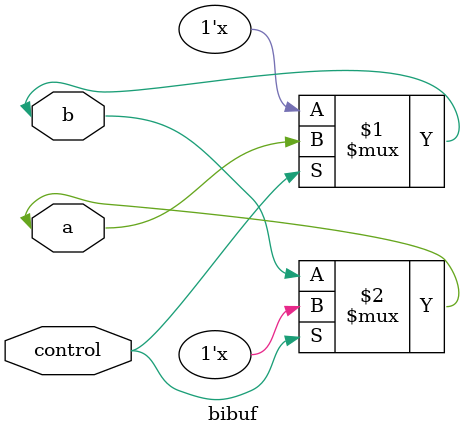
<source format=v>
module bibuf(a,b,control);


	inout a,b;
	input control;


	bufif1(b,a,control);
	bufif0(a,b,control);

endmodule
</source>
